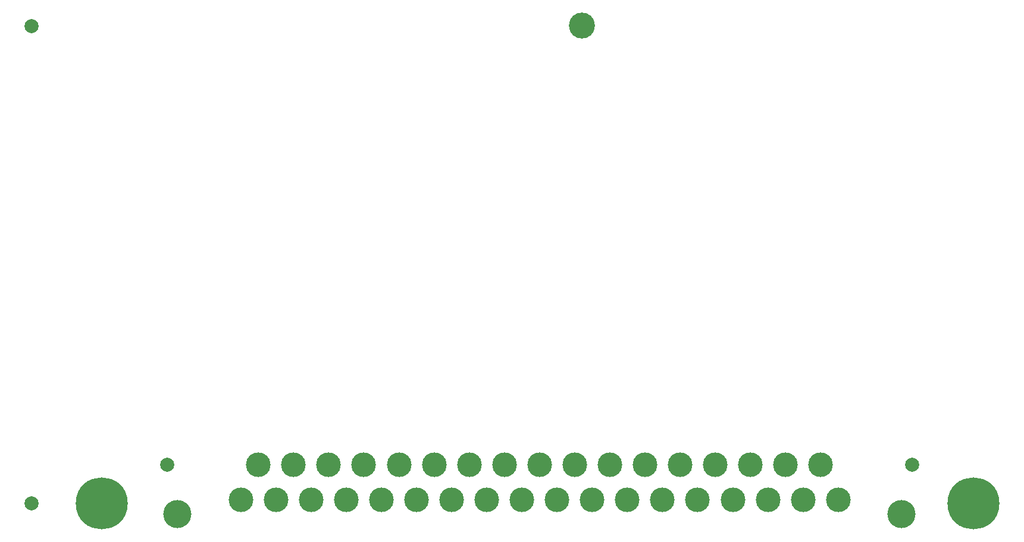
<source format=gbs>
G04 #@! TF.GenerationSoftware,KiCad,Pcbnew,7.0.11-7.0.11~ubuntu22.04.1*
G04 #@! TF.CreationDate,2024-03-05T20:24:44+00:00*
G04 #@! TF.ProjectId,balefi,62616c65-6669-42e6-9b69-6361645f7063,rev?*
G04 #@! TF.SameCoordinates,Original*
G04 #@! TF.FileFunction,Soldermask,Bot*
G04 #@! TF.FilePolarity,Negative*
%FSLAX46Y46*%
G04 Gerber Fmt 4.6, Leading zero omitted, Abs format (unit mm)*
G04 Created by KiCad (PCBNEW 7.0.11-7.0.11~ubuntu22.04.1) date 2024-03-05 20:24:44*
%MOMM*%
%LPD*%
G01*
G04 APERTURE LIST*
%ADD10C,2.000000*%
%ADD11C,0.800000*%
%ADD12C,7.400000*%
%ADD13C,4.000000*%
%ADD14C,3.500000*%
%ADD15C,3.700000*%
G04 APERTURE END LIST*
D10*
G04 #@! TO.C,*
X5700000Y73925000D03*
G04 #@! TD*
D11*
G04 #@! TO.C,H1*
X13000000Y6000000D03*
X13812779Y7962221D03*
X13812779Y4037779D03*
D12*
X15750000Y6000000D03*
D11*
X15775000Y8775000D03*
X15775000Y3225000D03*
X17737221Y7962221D03*
X17737221Y4037779D03*
X18550000Y6000000D03*
G04 #@! TD*
G04 #@! TO.C,H2*
X137000000Y6000000D03*
X137812779Y7962221D03*
X137812779Y4037779D03*
X139775000Y8775000D03*
D12*
X139775000Y6000000D03*
D11*
X139775000Y3225000D03*
X141737221Y7962221D03*
X141737221Y4037779D03*
X142550000Y6000000D03*
G04 #@! TD*
D10*
G04 #@! TO.C,J1*
X131000000Y11500000D03*
D13*
X129500000Y4400000D03*
X26500000Y4400000D03*
D10*
X25000000Y11500000D03*
D14*
X35500000Y6500000D03*
X40500000Y6500000D03*
X45500000Y6500000D03*
X50500000Y6500000D03*
X55500000Y6500000D03*
X60500000Y6500000D03*
X65500000Y6500000D03*
X70500000Y6500000D03*
X75500000Y6500000D03*
X80500000Y6500000D03*
X85500000Y6500000D03*
X90500000Y6500000D03*
X95500000Y6500000D03*
X100500000Y6500000D03*
X105500000Y6500000D03*
X110500000Y6500000D03*
X115500000Y6500000D03*
X120500000Y6500000D03*
X38000000Y11500000D03*
X43000000Y11500000D03*
X48000000Y11500000D03*
X53000000Y11500000D03*
X58000000Y11500000D03*
X63000000Y11500000D03*
X68000000Y11500000D03*
X73000000Y11500000D03*
X78000000Y11500000D03*
X83000000Y11500000D03*
X88000000Y11500000D03*
X93000000Y11500000D03*
X98000000Y11500000D03*
X103000000Y11500000D03*
X108000000Y11500000D03*
X113000000Y11500000D03*
X118000000Y11500000D03*
G04 #@! TD*
D15*
G04 #@! TO.C,H3*
X84000000Y74000000D03*
G04 #@! TD*
D10*
G04 #@! TO.C,*
X5700000Y5925000D03*
G04 #@! TD*
M02*

</source>
